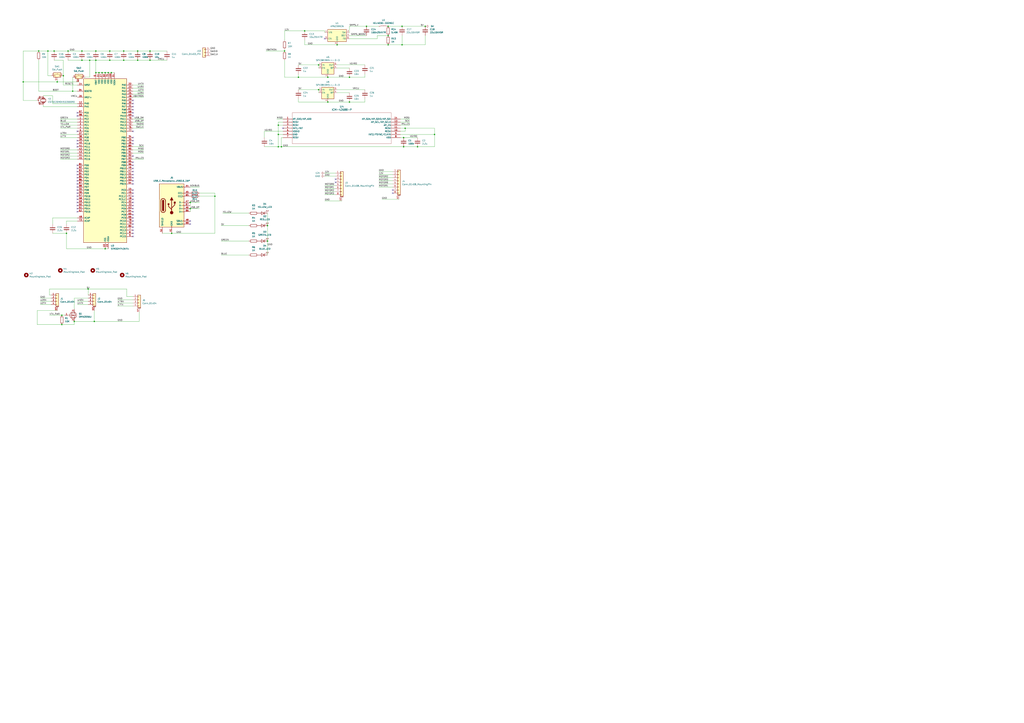
<source format=kicad_sch>
(kicad_sch (version 20250114) (generator "eeschema") (generator_version "9.0")
  (paper "A1")
  (junction (at 228.6 120.65))
  (junction (at 332.74 105.41))
  (junction (at 156.21 171.45))
  (junction (at 349.25 21.59))
  (junction (at 54.61 191.77))
  (junction (at 50.8 266.7))
  (junction (at 276.86 36.83))
  (junction (at 245.11 63.5))
  (junction (at 113.03 49.53))
  (junction (at 176.53 161.29))
  (junction (at 330.2 21.59))
  (junction (at 101.6 41.91))
  (junction (at 67.31 49.53))
  (junction (at 228.6 102.87))
  (junction (at 261.62 73.66))
  (junction (at 77.47 264.16))
  (junction (at 86.36 59.69))
  (junction (at 88.9 59.69))
  (junction (at 39.37 41.91))
  (junction (at 140.97 191.77))
  (junction (at 91.44 59.69))
  (junction (at 287.02 83.82))
  (junction (at 219.71 198.12))
  (junction (at 123.19 49.53))
  (junction (at 55.88 41.91))
  (junction (at 342.9 120.65))
  (junction (at 67.31 41.91))
  (junction (at 83.82 59.69))
  (junction (at 50.8 259.08))
  (junction (at 123.19 41.91))
  (junction (at 356.87 110.49))
  (junction (at 318.77 36.83))
  (junction (at 90.17 41.91))
  (junction (at 300.99 21.59))
  (junction (at 228.6 110.49))
  (junction (at 90.17 49.53))
  (junction (at 31.75 41.91))
  (junction (at 60.96 264.16))
  (junction (at 46.99 67.31))
  (junction (at 72.39 237.49))
  (junction (at 78.74 59.69))
  (junction (at 318.77 29.21))
  (junction (at 269.24 63.5))
  (junction (at 78.74 41.91))
  (junction (at 331.47 113.03))
  (junction (at 231.14 120.65))
  (junction (at 52.07 62.23))
  (junction (at 81.28 59.69))
  (junction (at 287.02 63.5))
  (junction (at 318.77 21.59))
  (junction (at 330.2 36.83))
  (junction (at 233.68 41.91))
  (junction (at 331.47 120.65))
  (junction (at 156.21 166.37))
  (junction (at 78.74 49.53))
  (junction (at 113.03 41.91))
  (junction (at 86.36 204.47))
  (junction (at 73.66 49.53))
  (junction (at 59.69 74.93))
  (junction (at 101.6 49.53))
  (junction (at 261.62 53.34))
  (junction (at 19.05 67.31))
  (junction (at 250.19 25.4))
  (junction (at 219.71 185.42))
  (junction (at 44.45 41.91))
  (junction (at 269.24 83.82))
  (no_connect (at 156.21 184.15))
  (no_connect (at 63.5 153.67))
  (no_connect (at 109.22 168.91))
  (no_connect (at 63.5 151.13))
  (no_connect (at 275.59 147.32))
  (no_connect (at 109.22 158.75))
  (no_connect (at 63.5 118.11))
  (no_connect (at 109.22 173.99))
  (no_connect (at 232.41 105.41))
  (no_connect (at 109.22 115.57))
  (no_connect (at 63.5 107.95))
  (no_connect (at 109.22 161.29))
  (no_connect (at 109.22 179.07))
  (no_connect (at 63.5 115.57))
  (no_connect (at 63.5 171.45))
  (no_connect (at 109.22 128.27))
  (no_connect (at 63.5 146.05))
  (no_connect (at 109.22 171.45))
  (no_connect (at 63.5 158.75))
  (no_connect (at 109.22 189.23))
  (no_connect (at 109.22 146.05))
  (no_connect (at 63.5 120.65))
  (no_connect (at 109.22 140.97))
  (no_connect (at 109.22 163.83))
  (no_connect (at 266.7 31.75))
  (no_connect (at 109.22 176.53))
  (no_connect (at 109.22 135.89))
  (no_connect (at 109.22 113.03))
  (no_connect (at 63.5 92.71))
  (no_connect (at 109.22 85.09))
  (no_connect (at 63.5 156.21))
  (no_connect (at 63.5 163.83))
  (no_connect (at 156.21 181.61))
  (no_connect (at 109.22 181.61))
  (no_connect (at 109.22 186.69))
  (no_connect (at 109.22 194.31))
  (no_connect (at 109.22 107.95))
  (no_connect (at 63.5 148.59))
  (no_connect (at 109.22 95.25))
  (no_connect (at 322.58 156.21))
  (no_connect (at 63.5 135.89))
  (no_connect (at 109.22 143.51))
  (no_connect (at 109.22 148.59))
  (no_connect (at 109.22 191.77))
  (no_connect (at 63.5 173.99))
  (no_connect (at 63.5 168.91))
  (no_connect (at 109.22 138.43))
  (no_connect (at 109.22 166.37))
  (no_connect (at 109.22 82.55))
  (no_connect (at 322.58 158.75))
  (no_connect (at 63.5 138.43))
  (no_connect (at 109.22 90.17))
  (no_connect (at 275.59 149.86))
  (no_connect (at 63.5 140.97))
  (no_connect (at 109.22 133.35))
  (no_connect (at 109.22 87.63))
  (no_connect (at 63.5 143.51))
  (no_connect (at 63.5 166.37))
  (no_connect (at 109.22 151.13))
  (no_connect (at 109.22 156.21))
  (no_connect (at 109.22 184.15))
  (no_connect (at 109.22 118.11))
  (no_connect (at 63.5 95.25))
  (no_connect (at 63.5 161.29))
  (no_connect (at 109.22 92.71))
  (wire (pts (xy 219.71 198.12) (xy 219.71 209.55)))
  (wire (pts (xy 228.6 102.87) (xy 232.41 102.87)))
  (wire (pts (xy 35.56 87.63) (xy 63.5 87.63)))
  (wire (pts (xy 31.75 74.93) (xy 31.75 49.53)))
  (wire (pts (xy 217.17 107.95) (xy 217.17 113.03)))
  (wire (pts (xy 330.2 29.21) (xy 330.2 36.83)))
  (wire (pts (xy 228.6 110.49) (xy 228.6 120.65)))
  (wire (pts (xy 331.47 113.03) (xy 342.9 113.03)))
  (wire (pts (xy 356.87 110.49) (xy 356.87 120.65)))
  (wire (pts (xy 228.6 110.49) (xy 228.6 102.87)))
  (wire (pts (xy 40.64 237.49) (xy 72.39 237.49)))
  (wire (pts (xy 309.88 31.75) (xy 309.88 29.21)))
  (wire (pts (xy 43.18 191.77) (xy 54.61 191.77)))
  (wire (pts (xy 275.59 144.78) (xy 266.7 144.78)))
  (wire (pts (xy 123.19 49.53) (xy 137.16 49.53)))
  (wire (pts (xy 77.47 255.27) (xy 77.47 264.16)))
  (wire (pts (xy 96.52 248.92) (xy 109.22 248.92)))
  (wire (pts (xy 41.91 62.23) (xy 39.37 62.23)))
  (wire (pts (xy 55.88 49.53) (xy 67.31 49.53)))
  (wire (pts (xy 63.5 250.19) (xy 72.39 250.19)))
  (wire (pts (xy 49.53 130.81) (xy 63.5 130.81)))
  (wire (pts (xy 356.87 120.65) (xy 342.9 120.65)))
  (wire (pts (xy 67.31 49.53) (xy 73.66 49.53)))
  (wire (pts (xy 86.36 59.69) (xy 83.82 59.69)))
  (wire (pts (xy 287.02 83.82) (xy 299.72 83.82)))
  (wire (pts (xy 330.2 36.83) (xy 349.25 36.83)))
  (wire (pts (xy 276.86 73.66) (xy 299.72 73.66)))
  (wire (pts (xy 250.19 36.83) (xy 250.19 33.02)))
  (wire (pts (xy 50.8 259.08) (xy 53.34 259.08)))
  (wire (pts (xy 275.59 152.4) (xy 266.7 152.4)))
  (wire (pts (xy 109.22 72.39) (xy 118.11 72.39)))
  (wire (pts (xy 261.62 53.34) (xy 261.62 55.88)))
  (wire (pts (xy 287.02 26.67) (xy 287.02 21.59)))
  (wire (pts (xy 104.14 237.49) (xy 104.14 243.84)))
  (wire (pts (xy 44.45 41.91) (xy 55.88 41.91)))
  (wire (pts (xy 49.53 113.03) (xy 63.5 113.03)))
  (wire (pts (xy 91.44 59.69) (xy 88.9 59.69)))
  (wire (pts (xy 96.52 246.38) (xy 109.22 246.38)))
  (wire (pts (xy 156.21 171.45) (xy 163.83 171.45)))
  (wire (pts (xy 181.61 185.42) (xy 204.47 185.42)))
  (wire (pts (xy 78.74 59.69) (xy 78.74 49.53)))
  (wire (pts (xy 266.7 25.4) (xy 266.7 26.67)))
  (wire (pts (xy 54.61 181.61) (xy 54.61 184.15)))
  (wire (pts (xy 30.48 255.27) (xy 30.48 266.7)))
  (wire (pts (xy 232.41 110.49) (xy 228.6 110.49)))
  (wire (pts (xy 156.21 166.37) (xy 163.83 166.37)))
  (wire (pts (xy 63.5 181.61) (xy 54.61 181.61)))
  (wire (pts (xy 60.96 266.7) (xy 50.8 266.7)))
  (wire (pts (xy 109.22 123.19) (xy 118.11 123.19)))
  (wire (pts (xy 332.74 105.41) (xy 356.87 105.41)))
  (wire (pts (xy 276.86 53.34) (xy 299.72 53.34)))
  (wire (pts (xy 19.05 41.91) (xy 31.75 41.91)))
  (wire (pts (xy 83.82 59.69) (xy 81.28 59.69)))
  (wire (pts (xy 233.68 49.53) (xy 233.68 63.5)))
  (wire (pts (xy 349.25 29.21) (xy 349.25 36.83)))
  (wire (pts (xy 156.21 153.67) (xy 163.83 153.67)))
  (wire (pts (xy 19.05 41.91) (xy 19.05 67.31)))
  (wire (pts (xy 232.41 100.33) (xy 228.6 100.33)))
  (wire (pts (xy 67.31 41.91) (xy 78.74 41.91)))
  (wire (pts (xy 287.02 29.21) (xy 300.99 29.21)))
  (wire (pts (xy 49.53 97.79) (xy 63.5 97.79)))
  (wire (pts (xy 54.61 204.47) (xy 86.36 204.47)))
  (wire (pts (xy 19.05 67.31) (xy 46.99 67.31)))
  (wire (pts (xy 318.77 21.59) (xy 330.2 21.59)))
  (wire (pts (xy 49.53 100.33) (xy 63.5 100.33)))
  (wire (pts (xy 313.69 163.83) (xy 327.66 163.83)))
  (wire (pts (xy 43.18 179.07) (xy 43.18 184.15)))
  (wire (pts (xy 245.11 53.34) (xy 261.62 53.34)))
  (wire (pts (xy 86.36 204.47) (xy 88.9 204.47)))
  (wire (pts (xy 276.86 36.83) (xy 318.77 36.83)))
  (wire (pts (xy 311.15 148.59) (xy 322.58 148.59)))
  (wire (pts (xy 43.18 85.09) (xy 63.5 85.09)))
  (wire (pts (xy 88.9 59.69) (xy 86.36 59.69)))
  (wire (pts (xy 63.5 247.65) (xy 72.39 247.65)))
  (wire (pts (xy 233.68 33.02) (xy 233.68 25.4)))
  (wire (pts (xy 49.53 102.87) (xy 63.5 102.87)))
  (wire (pts (xy 33.02 247.65) (xy 41.91 247.65)))
  (wire (pts (xy 63.5 179.07) (xy 43.18 179.07)))
  (wire (pts (xy 311.15 143.51) (xy 322.58 143.51)))
  (wire (pts (xy 55.88 41.91) (xy 67.31 41.91)))
  (wire (pts (xy 33.02 245.11) (xy 41.91 245.11)))
  (wire (pts (xy 219.71 175.26) (xy 219.71 185.42)))
  (wire (pts (xy 300.99 21.59) (xy 311.15 21.59)))
  (wire (pts (xy 113.03 41.91) (xy 123.19 41.91)))
  (wire (pts (xy 49.53 123.19) (xy 63.5 123.19)))
  (wire (pts (xy 40.64 259.08) (xy 50.8 259.08)))
  (wire (pts (xy 311.15 140.97) (xy 322.58 140.97)))
  (wire (pts (xy 73.66 63.5) (xy 73.66 49.53)))
  (wire (pts (xy 245.11 63.5) (xy 269.24 63.5)))
  (wire (pts (xy 77.47 264.16) (xy 114.3 264.16)))
  (wire (pts (xy 233.68 63.5) (xy 245.11 63.5)))
  (wire (pts (xy 46.99 66.04) (xy 46.99 67.31)))
  (wire (pts (xy 31.75 41.91) (xy 39.37 41.91)))
  (wire (pts (xy 156.21 171.45) (xy 156.21 173.99)))
  (wire (pts (xy 299.72 63.5) (xy 299.72 60.96)))
  (wire (pts (xy 113.03 49.53) (xy 123.19 49.53)))
  (wire (pts (xy 19.05 67.31) (xy 19.05 82.55)))
  (wire (pts (xy 90.17 49.53) (xy 101.6 49.53)))
  (wire (pts (xy 287.02 21.59) (xy 300.99 21.59)))
  (wire (pts (xy 109.22 97.79) (xy 118.11 97.79)))
  (wire (pts (xy 311.15 153.67) (xy 322.58 153.67)))
  (wire (pts (xy 69.85 63.5) (xy 73.66 63.5)))
  (wire (pts (xy 49.53 128.27) (xy 63.5 128.27)))
  (wire (pts (xy 101.6 41.91) (xy 113.03 41.91)))
  (wire (pts (xy 31.75 74.93) (xy 59.69 74.93)))
  (wire (pts (xy 78.74 41.91) (xy 90.17 41.91)))
  (wire (pts (xy 43.18 85.09) (xy 43.18 78.74)))
  (wire (pts (xy 217.17 120.65) (xy 228.6 120.65)))
  (wire (pts (xy 109.22 102.87) (xy 118.11 102.87)))
  (wire (pts (xy 218.44 41.91) (xy 233.68 41.91)))
  (wire (pts (xy 101.6 49.53) (xy 113.03 49.53)))
  (wire (pts (xy 330.2 21.59) (xy 349.25 21.59)))
  (wire (pts (xy 123.19 41.91) (xy 137.16 41.91)))
  (wire (pts (xy 163.83 161.29) (xy 176.53 161.29)))
  (wire (pts (xy 52.07 62.23) (xy 52.07 69.85)))
  (wire (pts (xy 140.97 191.77) (xy 133.35 191.77)))
  (wire (pts (xy 261.62 73.66) (xy 261.62 76.2)))
  (wire (pts (xy 287.02 31.75) (xy 309.88 31.75)))
  (wire (pts (xy 231.14 113.03) (xy 231.14 120.65)))
  (wire (pts (xy 140.97 191.77) (xy 176.53 191.77)))
  (wire (pts (xy 250.19 25.4) (xy 266.7 25.4)))
  (wire (pts (xy 245.11 83.82) (xy 269.24 83.82)))
  (wire (pts (xy 30.48 255.27) (xy 46.99 255.27)))
  (wire (pts (xy 35.56 87.63) (xy 35.56 86.36)))
  (wire (pts (xy 275.59 160.02) (xy 266.7 160.02)))
  (wire (pts (xy 78.74 49.53) (xy 90.17 49.53)))
  (wire (pts (xy 328.93 110.49) (xy 356.87 110.49)))
  (wire (pts (xy 328.93 107.95) (xy 332.74 107.95)))
  (wire (pts (xy 233.68 40.64) (xy 233.68 41.91)))
  (wire (pts (xy 231.14 120.65) (xy 331.47 120.65)))
  (wire (pts (xy 328.93 102.87) (xy 336.55 102.87)))
  (wire (pts (xy 109.22 74.93) (xy 118.11 74.93)))
  (wire (pts (xy 228.6 100.33) (xy 228.6 102.87)))
  (wire (pts (xy 266.7 165.1) (xy 280.67 165.1)))
  (wire (pts (xy 311.15 151.13) (xy 322.58 151.13)))
  (wire (pts (xy 318.77 36.83) (xy 330.2 36.83)))
  (wire (pts (xy 49.53 110.49) (xy 63.5 110.49)))
  (wire (pts (xy 72.39 245.11) (xy 60.96 245.11)))
  (wire (pts (xy 60.96 245.11) (xy 60.96 254)))
  (wire (pts (xy 72.39 237.49) (xy 104.14 237.49)))
  (wire (pts (xy 232.41 107.95) (xy 217.17 107.95)))
  (wire (pts (xy 93.98 59.69) (xy 91.44 59.69)))
  (wire (pts (xy 44.45 49.53) (xy 52.07 49.53)))
  (wire (pts (xy 245.11 73.66) (xy 261.62 73.66)))
  (wire (pts (xy 328.93 100.33) (xy 336.55 100.33)))
  (wire (pts (xy 156.21 166.37) (xy 156.21 168.91)))
  (wire (pts (xy 46.99 67.31) (xy 64.77 67.31)))
  (wire (pts (xy 33.02 250.19) (xy 41.91 250.19)))
  (wire (pts (xy 275.59 154.94) (xy 266.7 154.94)))
  (wire (pts (xy 176.53 161.29) (xy 176.53 191.77)))
  (wire (pts (xy 59.69 63.5) (xy 59.69 74.93)))
  (wire (pts (xy 43.18 78.74) (xy 35.56 78.74)))
  (wire (pts (xy 19.05 82.55) (xy 30.48 82.55)))
  (wire (pts (xy 60.96 264.16) (xy 77.47 264.16)))
  (wire (pts (xy 269.24 83.82) (xy 287.02 83.82)))
  (wire (pts (xy 299.72 83.82) (xy 299.72 81.28)))
  (wire (pts (xy 311.15 146.05) (xy 322.58 146.05)))
  (wire (pts (xy 181.61 198.12) (xy 204.47 198.12)))
  (wire (pts (xy 49.53 125.73) (xy 63.5 125.73)))
  (wire (pts (xy 109.22 77.47) (xy 118.11 77.47)))
  (wire (pts (xy 276.86 55.88) (xy 287.02 55.88)))
  (wire (pts (xy 109.22 69.85) (xy 118.11 69.85)))
  (wire (pts (xy 39.37 41.91) (xy 44.45 41.91)))
  (wire (pts (xy 163.83 158.75) (xy 176.53 158.75)))
  (wire (pts (xy 176.53 158.75) (xy 176.53 161.29)))
  (wire (pts (xy 72.39 237.49) (xy 72.39 242.57)))
  (wire (pts (xy 49.53 105.41) (xy 63.5 105.41)))
  (wire (pts (xy 181.61 209.55) (xy 204.47 209.55)))
  (wire (pts (xy 109.22 100.33) (xy 118.11 100.33)))
  (wire (pts (xy 219.71 185.42) (xy 219.71 198.12)))
  (wire (pts (xy 109.22 120.65) (xy 118.11 120.65)))
  (wire (pts (xy 232.41 113.03) (xy 231.14 113.03)))
  (wire (pts (xy 328.93 97.79) (xy 336.55 97.79)))
  (wire (pts (xy 266.7 142.24) (xy 275.59 142.24)))
  (wire (pts (xy 269.24 63.5) (xy 287.02 63.5)))
  (wire (pts (xy 73.66 49.53) (xy 78.74 49.53)))
  (wire (pts (xy 233.68 25.4) (xy 250.19 25.4)))
  (wire (pts (xy 332.74 107.95) (xy 332.74 105.41)))
  (wire (pts (xy 276.86 76.2) (xy 287.02 76.2)))
  (wire (pts (xy 59.69 74.93) (xy 63.5 74.93)))
  (wire (pts (xy 275.59 157.48) (xy 266.7 157.48)))
  (wire (pts (xy 90.17 41.91) (xy 101.6 41.91)))
  (wire (pts (xy 40.64 242.57) (xy 40.64 237.49)))
  (wire (pts (xy 250.19 36.83) (xy 276.86 36.83)))
  (wire (pts (xy 328.93 105.41) (xy 332.74 105.41)))
  (wire (pts (xy 245.11 60.96) (xy 245.11 63.5)))
  (wire (pts (xy 52.07 49.53) (xy 52.07 62.23)))
  (wire (pts (xy 182.88 175.26) (xy 204.47 175.26)))
  (wire (pts (xy 227.33 97.79) (xy 232.41 97.79)))
  (wire (pts (xy 104.14 243.84) (xy 109.22 243.84)))
  (wire (pts (xy 331.47 120.65) (xy 342.9 120.65)))
  (wire (pts (xy 287.02 63.5) (xy 299.72 63.5)))
  (wire (pts (xy 309.88 29.21) (xy 318.77 29.21)))
  (wire (pts (xy 109.22 105.41) (xy 118.11 105.41)))
  (wire (pts (xy 328.93 113.03) (xy 331.47 113.03)))
  (wire (pts (xy 109.22 80.01) (xy 118.11 80.01)))
  (wire (pts (xy 356.87 105.41) (xy 356.87 110.49)))
  (wire (pts (xy 96.52 251.46) (xy 109.22 251.46)))
  (wire (pts (xy 40.64 242.57) (xy 41.91 242.57)))
  (wire (pts (xy 60.96 264.16) (xy 60.96 266.7)))
  (wire (pts (xy 228.6 120.65) (xy 231.14 120.65)))
  (wire (pts (xy 109.22 130.81) (xy 118.11 130.81)))
  (wire (pts (xy 50.8 266.7) (xy 30.48 266.7)))
  (wire (pts (xy 109.22 125.73) (xy 118.11 125.73)))
  (wire (pts (xy 39.37 62.23) (xy 39.37 41.91)))
  (wire (pts (xy 114.3 264.16) (xy 114.3 256.54)))
  (wire (pts (xy 245.11 81.28) (xy 245.11 83.82)))
  (wire (pts (xy 81.28 59.69) (xy 78.74 59.69)))
  (wire (pts (xy 54.61 191.77) (xy 54.61 204.47)))
  (wire (pts (xy 52.07 69.85) (xy 63.5 69.85)))
  (label "MOTOR1" (at 266.7 154.94 0))
  (label "GND" (at 252.73 36.83 0))
  (label "BLUE" (at 49.53 100.33 0))
  (label "MOTOR0" (at 311.15 151.13 0))
  (label "U2TX" (at 33.02 250.19 0))
  (label "NOVBUS" (at 163.83 153.67 180))
  (label "GND" (at 172.72 40.64 0))
  (label "GND" (at 232.41 120.65 0))
  (label "GREEN" (at 49.53 97.79 0))
  (label "VBATMON" (at 218.44 41.91 0))
  (label "VTX_PWR" (at 40.64 259.08 0))
  (label "5V" (at 245.11 53.34 0))
  (label "BLUE" (at 181.61 209.55 0))
  (label "MOTOR0" (at 266.7 152.4 0))
  (label "GND" (at 311.15 140.97 0))
  (label "VTX_PWR" (at 49.53 105.41 0))
  (label "BOOT" (at 43.18 74.93 0))
  (label "VGYRO" (at 336.55 113.03 0))
  (label "MOTOR3" (at 311.15 148.59 0))
  (label "MOTOR1" (at 311.15 153.67 0))
  (label "5V" (at 345.44 21.59 0))
  (label "VGYRO" (at 217.17 107.95 0))
  (label "USB_DP" (at 118.11 100.33 180))
  (label "GND" (at 278.13 63.5 0))
  (label "VGYRO" (at 287.02 53.34 0))
  (label "GND" (at 96.52 246.38 0))
  (label "VMCU" (at 289.56 73.66 0))
  (label "12V" (at 233.68 25.4 0))
  (label "MOTOR2" (at 311.15 146.05 0))
  (label "U4RX" (at 118.11 72.39 180))
  (label "MOTOR1" (at 49.53 125.73 0))
  (label "RESET1" (at 53.34 69.85 0))
  (label "SWCLK" (at 118.11 105.41 180))
  (label "MISO" (at 118.11 123.19 180))
  (label "IMU_CS" (at 118.11 130.81 180))
  (label "U4TX" (at 63.5 250.19 0))
  (label "GREEN" (at 181.61 198.12 0))
  (label "VMCU" (at 63.5 80.01 180))
  (label "SWDIO" (at 118.11 102.87 180))
  (label "U7RX" (at 96.52 248.92 0))
  (label "MOTOR2" (at 49.53 128.27 0))
  (label "U4RX" (at 63.5 247.65 0))
  (label "U7RX" (at 49.53 110.49 0))
  (label "USB_DM" (at 163.83 166.37 180))
  (label "MOTOR3" (at 266.7 160.02 0))
  (label "GND" (at 313.69 163.83 0))
  (label "GND" (at 33.02 245.11 0))
  (label "MOTOR3" (at 49.53 130.81 0))
  (label "12V" (at 311.15 143.51 0))
  (label "MOSI" (at 118.11 125.73 180))
  (label "YELLOW" (at 182.88 175.26 0))
  (label "SWDIO" (at 172.72 43.18 0))
  (label "GND" (at 96.52 264.16 0))
  (label "U4TX" (at 118.11 69.85 180))
  (label "MOTOR0" (at 49.53 123.19 0))
  (label "SWCLK" (at 172.72 45.72 0))
  (label "MOTOR2" (at 266.7 157.48 0))
  (label "5V" (at 181.61 185.42 0))
  (label "GND" (at 219.71 201.93 0))
  (label "GND" (at 266.7 165.1 0))
  (label "SCK" (at 118.11 120.65 180))
  (label "U2RX" (at 118.11 77.47 180))
  (label "YELLOW" (at 49.53 102.87 0))
  (label "USB_DM" (at 118.11 97.79 180))
  (label "MISO" (at 227.33 97.79 0))
  (label "MOSI" (at 336.55 97.79 180))
  (label "GND" (at 144.78 191.77 0))
  (label "GND" (at 266.7 144.78 0))
  (label "SMPS_BOOST" (at 288.29 29.21 0))
  (label "U2TX" (at 118.11 74.93 180))
  (label "5V" (at 245.11 73.66 0))
  (label "U7TX" (at 96.52 251.46 0))
  (label "SCK" (at 336.55 100.33 180))
  (label "USB_DP" (at 163.83 171.45 180))
  (label "VBATMON" (at 118.11 80.01 180))
  (label "GND" (at 278.13 83.82 0))
  (label "GND" (at 57.15 41.91 0))
  (label "SMPS_V" (at 287.02 21.59 0))
  (label "VMCU" (at 129.54 49.53 0))
  (label "5V" (at 71.12 237.49 0))
  (label "IMU_CS" (at 336.55 102.87 180))
  (label "GND" (at 71.12 204.47 0))
  (label "U7TX" (at 49.53 113.03 0))
  (label "U2RX" (at 33.02 247.65 0))
  (label "12V" (at 266.7 142.24 0))
  (symbol (lib_id "Mechanical:MountingHole") (at 49.53 222.25 0) (unit 1) (exclude_from_sim yes) (in_bom no)
    (property "Reference" "H4" (at 52.07 220.9799 0) (effects (justify left)))
    (property "Value" "MountingHole_Pad" (at 52.07 223.5199 0) (effects (justify left)))
    (property "Footprint" "MountingHole:MountingHole_4.3mm_M4_DIN965" (effects (hide yes)))
    (property "Description" "Mounting Hole without connection" (effects (hide yes)))
  )
  (symbol (lib_name "LED_1") (lib_id "Device:LED") (at 215.9 175.26 180) (unit 1)
    (property "Reference" "D1" (at 217.4875 167.64 0))
    (property "Value" "YELLOW_LED" (at 217.4875 170.18 0))
    (property "Footprint" "LED_SMD:LED_0603_1608Metric" (effects (hide yes)))
    (property "Description" "Light emitting diode" (effects (hide yes)))
    (property "Sim.Pins" "1=K 2=A" (effects (hide yes)))
  )
  (symbol (lib_id "Device:C") (at 331.47 116.84 180) (unit 1)
    (property "Reference" "C1" (at 335.28 115.5699 0) (effects (justify right)))
    (property "Value" "100n" (at 335.28 118.1099 0) (effects (justify right)))
    (property "Footprint" "Capacitor_SMD:C_0201_0603Metric" (effects (hide yes)))
  )
  (symbol (lib_id "Device:C") (at 245.11 57.15 0) (unit 1)
    (property "Reference" "C22" (at 248.92 55.8799 0) (effects (justify left)))
    (property "Value" "1u" (at 248.92 58.4199 0) (effects (justify left)))
    (property "Footprint" "Capacitor_SMD:C_0201_0603Metric" (effects (hide yes)))
  )
  (symbol (lib_id "Device:R") (at 160.02 161.29 90) (unit 1)
    (property "Reference" "R11" (at 160.02 163.576 90))
    (property "Value" "5.1K" (at 160.02 161.29 90))
    (property "Footprint" "Resistor_SMD:R_0201_0603Metric" (effects (hide yes)))
    (property "Description" "Resistor" (effects (hide yes)))
  )
  (symbol (lib_id "Regulator_Linear:SPX3819M5-L-3-3") (at 269.24 76.2 0) (unit 1)
    (property "Reference" "U6" (at 269.24 67.31 0))
    (property "Value" "SPX3819M5-L-3-3" (at 269.24 69.85 0))
    (property "Footprint" "Package_TO_SOT_SMD:SOT-23-5" (effects (hide yes)))
    (property "Datasheet" "https://www.exar.com/content/document.ashx?id=22106&languageid=1033&type=Datasheet&partnumber=SPX3819&filename=SPX3819.pdf&part=SPX3819" (effects (hide yes)))
    (property "Description" "500mA Low drop-out regulator, Fixed Output 3.3V, SOT-23-5" (effects (hide yes)))
  )
  (symbol (lib_id "Connector_Generic_MountingPin:Conn_01x04_MountingPin") (at 77.47 245.11 0) (unit 1)
    (property "Reference" "J2" (at 80.01 245.4655 0) (effects (justify left)))
    (property "Value" "Conn_01x04" (at 80.01 248.0055 0) (effects (justify left)))
    (property "Footprint" "Connector_JST:JST_SH_SM04B-SRSS-TB_1x04-1MP_P1.00mm_Horizontal" (effects (hide yes)))
    (property "Description" "Generic connectable mounting pin connector, single row, 01x04, script generated (kicad-library-utils/schlib/autogen/connector/)" (effects (hide yes)))
  )
  (symbol (lib_id "Device:C") (at 287.02 59.69 180) (unit 1)
    (property "Reference" "C23" (at 290.83 58.4199 0) (effects (justify right)))
    (property "Value" "10n" (at 290.83 60.9599 0) (effects (justify right)))
    (property "Footprint" "Capacitor_SMD:C_0201_0603Metric" (effects (hide yes)))
  )
  (symbol (lib_id "Device:LED") (at 215.9 185.42 180) (unit 1)
    (property "Reference" "D2" (at 217.4875 177.8 0))
    (property "Value" "RED_LED" (at 217.4875 180.34 0))
    (property "Footprint" "LED_SMD:LED_0603_1608Metric" (effects (hide yes)))
    (property "Description" "Light emitting diode" (effects (hide yes)))
    (property "Sim.Pins" "1=K 2=A" (effects (hide yes)))
  )
  (symbol (lib_id "Device:C") (at 67.31 45.72 180) (unit 1)
    (property "Reference" "C5" (at 71.12 44.4499 0) (effects (justify right)))
    (property "Value" "100n" (at 71.12 46.9899 0) (effects (justify right)))
    (property "Footprint" "Capacitor_SMD:C_0201_0603Metric" (effects (hide yes)))
  )
  (symbol (lib_id "Switch:SW_Push_Shielded") (at 64.77 63.5 0) (unit 1)
    (property "Reference" "SW2" (at 64.77 55.88 0))
    (property "Value" "SW_Push" (at 64.77 58.42 0))
    (property "Footprint" "Button_Switch_SMD:SW_Push_1P1T-SH_NO_CK_KMR2xxG" (effects (hide yes)))
    (property "Description" "Generic push-button switch, two contact pins and shield pin(s)" (effects (hide yes)))
  )
  (symbol (lib_id "Device:R") (at 208.28 175.26 90) (unit 1)
    (property "Reference" "R3" (at 208.28 168.91 90))
    (property "Value" "1K" (at 208.28 171.45 90))
    (property "Footprint" "Resistor_SMD:R_0402_1005Metric" (effects (hide yes)))
  )
  (symbol (lib_id "Connector_Generic_MountingPin:Conn_01x08_MountingPin") (at 280.67 149.86 0) (unit 1)
    (property "Reference" "J3" (at 283.21 150.2155 0) (effects (justify left)))
    (property "Value" "Conn_01x08_MountingPin" (at 283.21 152.7555 0) (effects (justify left)))
    (property "Footprint" "Connector_JST:JST_SH_SM08B-SRSS-TB_1x08-1MP_P1.00mm_Horizontal" (effects (hide yes)))
    (property "Description" "Generic connectable mounting pin connector, single row, 01x08, script generated (kicad-library-utils/schlib/autogen/connector/)" (effects (hide yes)))
  )
  (symbol (lib_id "Device:R") (at 233.68 45.72 180) (unit 1)
    (property "Reference" "R8" (at 236.22 44.4499 0) (effects (justify right)))
    (property "Value" "1K" (at 236.22 46.9899 0) (effects (justify right)))
    (property "Footprint" "Resistor_SMD:R_0603_1608Metric" (effects (hide yes)))
  )
  (symbol (lib_id "Device:C") (at 123.19 45.72 0) (unit 1)
    (property "Reference" "C10" (at 127 44.4499 0) (effects (justify left)))
    (property "Value" "10u" (at 127 46.9899 0) (effects (justify left)))
    (property "Footprint" "Capacitor_SMD:C_0402_1005Metric" (effects (hide yes)))
  )
  (symbol (lib_id "Device:C") (at 300.99 25.4 180) (unit 1)
    (property "Reference" "C14" (at 304.8 24.1299 0) (effects (justify right)))
    (property "Value" "100n25VX7R" (at 304.8 26.6699 0) (effects (justify right)))
    (property "Footprint" "Capacitor_SMD:C_0603_1608Metric" (effects (hide yes)))
  )
  (symbol (lib_id "Device:C") (at 137.16 45.72 0) (unit 1)
    (property "Reference" "C11" (at 140.97 44.4499 0) (effects (justify left)))
    (property "Value" "1u" (at 140.97 46.9899 0) (effects (justify left)))
    (property "Footprint" "Capacitor_SMD:C_0201_0603Metric" (effects (hide yes)))
  )
  (symbol (lib_id "Device:C") (at 101.6 45.72 180) (unit 1)
    (property "Reference" "C9" (at 105.41 44.4499 0) (effects (justify right)))
    (property "Value" "100n" (at 105.41 46.9899 0) (effects (justify right)))
    (property "Footprint" "Capacitor_SMD:C_0201_0603Metric" (effects (hide yes)))
  )
  (symbol (lib_id "Device:C") (at 299.72 77.47 0) (unit 1)
    (property "Reference" "C26" (at 303.53 76.1999 0) (effects (justify left)))
    (property "Value" "1u" (at 303.53 78.7399 0) (effects (justify left)))
    (property "Footprint" "Capacitor_SMD:C_0201_0603Metric" (effects (hide yes)))
  )
  (symbol (lib_id "Device:R") (at 50.8 262.89 0) (unit 1)
    (property "Reference" "R1" (at 53.34 261.62 0) (effects (justify left)))
    (property "Value" "10K" (at 53.34 264.16 0) (effects (justify left)))
    (property "Footprint" "Resistor_SMD:R_0201_0603Metric" (effects (hide yes)))
  )
  (symbol (lib_id "Device:R") (at 318.77 25.4 180) (unit 1)
    (property "Reference" "R14" (at 321.31 24.1299 0) (effects (justify right)))
    (property "Value" "5.49K" (at 321.31 26.6699 0) (effects (justify right)))
    (property "Footprint" "Resistor_SMD:R_0402_1005Metric" (effects (hide yes)))
  )
  (symbol (lib_id "Device:C") (at 78.74 45.72 180) (unit 1)
    (property "Reference" "C6" (at 82.55 44.4499 0) (effects (justify right)))
    (property "Value" "100n" (at 82.55 46.9899 0) (effects (justify right)))
    (property "Footprint" "Capacitor_SMD:C_0201_0603Metric" (effects (hide yes)))
  )
  (symbol (lib_id "Device:Resonator") (at 35.56 82.55 270) (unit 1)
    (property "Reference" "Y2" (at 39.37 81.2799 90) (effects (justify left)))
    (property "Value" "CSTNE20M0V53Z000R0" (at 39.37 83.8199 90) (effects (justify left)))
    (property "Footprint" "Crystal:Resonator_SMD_Murata_CSTxExxV-3Pin_3.0x1.1mm" (effects (hide yes)))
    (property "Description" "Three pin ceramic resonator" (effects (hide yes)))
  )
  (symbol (lib_id "Device:R") (at 233.68 36.83 0) (unit 1)
    (property "Reference" "R7" (at 236.22 35.56 0) (effects (justify left)))
    (property "Value" "10K" (at 236.22 38.1 0) (effects (justify left)))
    (property "Footprint" "Resistor_SMD:R_0603_1608Metric" (effects (hide yes)))
  )
  (symbol (lib_id "Device:LED") (at 215.9 198.12 180) (unit 1)
    (property "Reference" "D3" (at 217.4875 190.5 0))
    (property "Value" "GREEN_LED" (at 217.4875 193.04 0))
    (property "Footprint" "LED_SMD:LED_0603_1608Metric" (effects (hide yes)))
    (property "Description" "Light emitting diode" (effects (hide yes)))
    (property "Sim.Pins" "1=K 2=A" (effects (hide yes)))
  )
  (symbol (lib_id "Connector_Generic_MountingPin:Conn_01x08_MountingPin") (at 327.66 148.59 0) (unit 1)
    (property "Reference" "J4" (at 330.2 148.9455 0) (effects (justify left)))
    (property "Value" "Conn_01x08_MountingPin" (at 330.2 151.4855 0) (effects (justify left)))
    (property "Footprint" "Connector_JST:JST_SH_SM08B-SRSS-TB_1x08-1MP_P1.00mm_Horizontal" (effects (hide yes)))
    (property "Description" "Generic connectable mounting pin connector, single row, 01x08, script generated (kicad-library-utils/schlib/autogen/connector/)" (effects (hide yes)))
  )
  (symbol (lib_id "Device:C") (at 54.61 187.96 0) (unit 1)
    (property "Reference" "C12" (at 58.42 186.6899 0) (effects (justify left)))
    (property "Value" "2.2u" (at 58.42 189.2299 0) (effects (justify left)))
    (property "Footprint" "Capacitor_SMD:C_0201_0603Metric" (effects (hide yes)))
  )
  (symbol (lib_id "Connector_Generic:Conn_01x03") (at 167.64 43.18 0) (mirror y) (unit 1)
    (property "Reference" "J10" (at 165.1 41.9099 0) (effects (justify left)))
    (property "Value" "Conn_01x03_Pin" (at 165.1 44.4499 0) (effects (justify left)))
    (property "Footprint" "Connector_PinHeader_2.54mm:PinHeader_1x03_P2.54mm_Vertical" (effects (hide yes)))
    (property "Description" "Generic connector, single row, 01x03, script generated (kicad-library-utils/schlib/autogen/connector/)" (effects (hide yes)))
  )
  (symbol (lib_id "Connector_Generic_MountingPin:Conn_01x04_MountingPin") (at 114.3 246.38 0) (unit 1)
    (property "Reference" "J6" (at 116.84 246.7355 0) (effects (justify left)))
    (property "Value" "Conn_01x04" (at 116.84 249.2755 0) (effects (justify left)))
    (property "Footprint" "Connector_JST:JST_SH_SM04B-SRSS-TB_1x04-1MP_P1.00mm_Horizontal" (effects (hide yes)))
    (property "Description" "Generic connectable mounting pin connector, single row, 01x04, script generated (kicad-library-utils/schlib/autogen/connector/)" (effects (hide yes)))
  )
  (symbol (lib_id "Device:C") (at 43.18 187.96 0) (unit 1)
    (property "Reference" "C15" (at 46.99 186.6899 0) (effects (justify left)))
    (property "Value" "2.2u" (at 46.99 189.2299 0) (effects (justify left)))
    (property "Footprint" "Capacitor_SMD:C_0201_0603Metric" (effects (hide yes)))
  )
  (symbol (lib_id "Mechanical:MountingHole") (at 76.2 222.25 0) (unit 1) (exclude_from_sim yes) (in_bom no)
    (property "Reference" "H5" (at 78.74 220.9799 0) (effects (justify left)))
    (property "Value" "MountingHole_Pad" (at 78.74 223.5199 0) (effects (justify left)))
    (property "Footprint" "MountingHole:MountingHole_4.3mm_M4_DIN965" (effects (hide yes)))
    (property "Description" "Mounting Hole without connection" (effects (hide yes)))
  )
  (symbol (lib_id "Device:R") (at 31.75 45.72 0) (unit 1)
    (property "Reference" "R9" (at 34.29 44.45 0) (effects (justify left)))
    (property "Value" "10K" (at 34.29 46.99 0) (effects (justify left)))
    (property "Footprint" "Resistor_SMD:R_0201_0603Metric" (effects (hide yes)))
  )
  (symbol (lib_id "MCU_ST_STM32H7:STM32H743VITx") (at 86.36 133.35 0) (unit 1)
    (property "Reference" "U3" (at 91.0433 201.93 0) (effects (justify left)))
    (property "Value" "STM32H743VITx" (at 91.0433 204.47 0) (effects (justify left)))
    (property "Footprint" "Package_QFP:LQFP-100_14x14mm_P0.5mm" (effects (hide yes)))
    (property "Datasheet" "https://www.st.com/resource/en/datasheet/stm32h743vi.pdf" (effects (hide yes)))
    (property "Description" "STMicroelectronics Arm Cortex-M7 MCU, 2048KB flash, 1024KB RAM, 480 MHz, 1.71-3.6V, 82 GPIO, LQFP100" (effects (hide yes)))
  )
  (symbol (lib_id "Transistor_FET:DMN2056U") (at 58.42 259.08 0) (unit 1)
    (property "Reference" "Q1" (at 64.77 257.8099 0) (effects (justify left)))
    (property "Value" "DMN2056U" (at 64.77 260.3499 0) (effects (justify left)))
    (property "Footprint" "Package_TO_SOT_SMD:SOT-23" (effects (hide yes)))
    (property "Datasheet" "http://www.diodes.com/assets/Datasheets/DMN2056U.pdf" (effects (hide yes)))
    (property "Description" "4A Id, 20V Vds, N-Channel MOSFET, SOT-23" (effects (hide yes)))
  )
  (symbol (lib_id "Device:R") (at 208.28 209.55 90) (unit 1)
    (property "Reference" "R6" (at 208.28 203.2 90))
    (property "Value" "1K" (at 208.28 205.74 90))
    (property "Footprint" "Resistor_SMD:R_0402_1005Metric" (effects (hide yes)))
  )
  (symbol (lib_id "power:PWR_FLAG") (at 266.7 144.78 90) (unit 1)
    (property "Reference" "#FLG02" (effects (hide yes)))
    (property "Value" "GND" (at 262.89 144.7799 90) (effects (justify left)))
    (property "Description" "Special symbol for telling ERC where power comes from" (effects (hide yes)))
  )
  (symbol (lib_id "Device:R") (at 160.02 158.75 90) (unit 1)
    (property "Reference" "R10" (at 160.02 156.464 90))
    (property "Value" "5.1K" (at 160.02 158.75 90))
    (property "Footprint" "Resistor_SMD:R_0201_0603Metric" (effects (hide yes)))
    (property "Description" "Resistor" (effects (hide yes)))
  )
  (symbol (lib_id "Connector:USB_C_Receptacle_USB2.0_16P") (at 140.97 168.91 0) (unit 1)
    (property "Reference" "J5" (at 140.97 146.05 0))
    (property "Value" "USB_C_Receptacle_USB2.0_16P" (at 140.97 148.59 0))
    (property "Footprint" "Connector_USB:USB_C_Receptacle_GCT_USB4110" (effects (hide yes)))
    (property "Datasheet" "https://www.usb.org/sites/default/files/documents/usb_type-c.zip" (effects (hide yes)))
    (property "Description" "USB 2.0-only 16P Type-C Receptacle connector" (effects (hide yes)))
  )
  (symbol (lib_id "Device:C") (at 342.9 116.84 0) (unit 1)
    (property "Reference" "C2" (at 346.71 115.5699 0) (effects (justify left)))
    (property "Value" "2.2u" (at 346.71 118.1099 0) (effects (justify left)))
    (property "Footprint" "Capacitor_SMD:C_0201_0603Metric" (effects (hide yes)))
  )
  (symbol (lib_id "Regulator_Linear:SPX3819M5-L-3-3") (at 269.24 55.88 0) (unit 1)
    (property "Reference" "U5" (at 269.24 46.99 0))
    (property "Value" "SPX3819M5-L-3-3" (at 269.24 49.53 0))
    (property "Footprint" "Package_TO_SOT_SMD:SOT-23-5" (effects (hide yes)))
    (property "Datasheet" "https://www.exar.com/content/document.ashx?id=22106&languageid=1033&type=Datasheet&partnumber=SPX3819&filename=SPX3819.pdf&part=SPX3819" (effects (hide yes)))
    (property "Description" "500mA Low drop-out regulator, Fixed Output 3.3V, SOT-23-5" (effects (hide yes)))
  )
  (symbol (lib_id "Device:L") (at 314.96 21.59 90) (unit 1)
    (property "Reference" "L1" (at 314.96 16.51 90))
    (property "Value" "XEL4030-332MEC" (at 314.96 19.05 90))
    (property "Footprint" "Inductor_SMD:L_Coilcraft_XxL4030" (effects (hide yes)))
    (property "Description" "Inductor" (effects (hide yes)))
  )
  (symbol (lib_id "Connector_Generic_MountingPin:Conn_01x04_MountingPin") (at 46.99 245.11 0) (unit 1)
    (property "Reference" "J1" (at 49.53 245.4655 0) (effects (justify left)))
    (property "Value" "Conn_01x04" (at 49.53 248.0055 0) (effects (justify left)))
    (property "Footprint" "Connector_JST:JST_SH_SM04B-SRSS-TB_1x04-1MP_P1.00mm_Horizontal" (effects (hide yes)))
    (property "Description" "Generic connectable mounting pin connector, single row, 01x04, script generated (kicad-library-utils/schlib/autogen/connector/)" (effects (hide yes)))
  )
  (symbol (lib_id "Device:R") (at 318.77 33.02 180) (unit 1)
    (property "Reference" "R13" (at 321.31 31.7499 0) (effects (justify right)))
    (property "Value" "1K" (at 321.31 34.2899 0) (effects (justify right)))
    (property "Footprint" "Resistor_SMD:R_0402_1005Metric" (effects (hide yes)))
  )
  (symbol (lib_id "Mechanical:MountingHole") (at 100.33 226.06 0) (unit 1) (exclude_from_sim yes) (in_bom no)
    (property "Reference" "H6" (at 102.87 224.7899 0) (effects (justify left)))
    (property "Value" "MountingHole_Pad" (at 102.87 227.3299 0) (effects (justify left)))
    (property "Footprint" "MountingHole:MountingHole_4.3mm_M4_DIN965" (effects (hide yes)))
    (property "Description" "Mounting Hole without connection" (effects (hide yes)))
  )
  (symbol (lib_id "Device:C") (at 44.45 45.72 180) (unit 1)
    (property "Reference" "C16" (at 48.26 44.4499 0) (effects (justify right)))
    (property "Value" "100n" (at 48.26 46.9899 0) (effects (justify right)))
    (property "Footprint" "Capacitor_SMD:C_0201_0603Metric" (effects (hide yes)))
  )
  (symbol (lib_id "Device:C") (at 245.11 77.47 0) (unit 1)
    (property "Reference" "C24" (at 248.92 76.1999 0) (effects (justify left)))
    (property "Value" "1u" (at 248.92 78.7399 0) (effects (justify left)))
    (property "Footprint" "Capacitor_SMD:C_0201_0603Metric" (effects (hide yes)))
  )
  (symbol (lib_id "Switch:SW_Push_Shielded") (at 46.99 62.23 0) (mirror y) (unit 1)
    (property "Reference" "SW1" (at 46.99 54.61 0))
    (property "Value" "SW_Push" (at 46.99 57.15 0))
    (property "Footprint" "Button_Switch_SMD:SW_Push_1P1T-SH_NO_CK_KMR2xxG" (effects (hide yes)))
    (property "Description" "Generic push-button switch, two contact pins and shield pin(s)" (effects (hide yes)))
  )
  (symbol (lib_id "Device:C") (at 55.88 45.72 180) (unit 1)
    (property "Reference" "C3" (at 59.69 44.4499 0) (effects (justify right)))
    (property "Value" "100n" (at 59.69 46.9899 0) (effects (justify right)))
    (property "Footprint" "Capacitor_SMD:C_0201_0603Metric" (effects (hide yes)))
  )
  (symbol (lib_id "power:PWR_FLAG") (at 266.7 142.24 90) (unit 1)
    (property "Reference" "#FLG01" (effects (hide yes)))
    (property "Value" "12V" (at 260.858 142.24 90))
    (property "Description" "Special symbol for telling ERC where power comes from" (effects (hide yes)))
  )
  (symbol (lib_id "Device:C") (at 287.02 80.01 180) (unit 1)
    (property "Reference" "C25" (at 290.83 78.7399 0) (effects (justify right)))
    (property "Value" "10n" (at 290.83 81.2799 0) (effects (justify right)))
    (property "Footprint" "Capacitor_SMD:C_0201_0603Metric" (effects (hide yes)))
  )
  (symbol (lib_id "Device:R") (at 208.28 185.42 90) (unit 1)
    (property "Reference" "R4" (at 208.28 179.07 90))
    (property "Value" "1K" (at 208.28 181.61 90))
    (property "Footprint" "Resistor_SMD:R_0402_1005Metric" (effects (hide yes)))
  )
  (symbol (lib_id "Mechanical:MountingHole") (at 21.59 226.06 0) (unit 1) (exclude_from_sim yes) (in_bom no)
    (property "Reference" "H2" (at 24.13 224.7899 0) (effects (justify left)))
    (property "Value" "MountingHole_Pad" (at 24.13 227.3299 0) (effects (justify left)))
    (property "Footprint" "MountingHole:MountingHole_4.3mm_M4_DIN965" (effects (hide yes)))
    (property "Description" "Mounting Hole without connection" (effects (hide yes)))
  )
  (symbol (lib_id "Regulator_Switching:AP62300Z6") (at 276.86 29.21 0) (unit 1)
    (property "Reference" "U1" (at 276.86 19.05 0))
    (property "Value" "AP62300Z6" (at 276.86 21.59 0))
    (property "Footprint" "Package_TO_SOT_SMD:SOT-563" (effects (hide yes)))
    (property "Datasheet" "https://www.diodes.com/assets/Datasheets/AP62300_AP62301_AP62300T.pdf" (effects (hide yes)))
    (property "Description" "3A, 1.3MHz Buck DC/DC Converter, adjustable output voltage, SOT-563" (effects (hide yes)))
  )
  (symbol (lib_id "Device:C") (at 113.03 45.72 180) (unit 1)
    (property "Reference" "C8" (at 116.84 44.4499 0) (effects (justify right)))
    (property "Value" "100n" (at 116.84 46.9899 0) (effects (justify right)))
    (property "Footprint" "Capacitor_SMD:C_0201_0603Metric" (effects (hide yes)))
  )
  (symbol (lib_id "Device:C") (at 90.17 45.72 180) (unit 1)
    (property "Reference" "C7" (at 93.98 44.4499 0) (effects (justify right)))
    (property "Value" "100n" (at 93.98 46.9899 0) (effects (justify right)))
    (property "Footprint" "Capacitor_SMD:C_0201_0603Metric" (effects (hide yes)))
  )
  (symbol (lib_id "ICM42688P:ICM-42688-P") (at 232.41 97.79 0) (unit 1)
    (property "Reference" "U4" (at 280.67 87.63 0) (effects (font (size 1.524 1.524))))
    (property "Value" "ICM-42688-P" (at 280.67 90.17 0) (effects (font (size 1.524 1.524))))
    (property "Footprint" "footprints:LGA14_2P5X3X0P91_IVS-L" (effects (hide yes)))
    (property "Datasheet" "ICM-42688-P" (effects (hide yes)))
  )
  (symbol (lib_id "Device:C") (at 299.72 57.15 0) (unit 1)
    (property "Reference" "C21" (at 303.53 55.8799 0) (effects (justify left)))
    (property "Value" "1u" (at 303.53 58.4199 0) (effects (justify left)))
    (property "Footprint" "Capacitor_SMD:C_0201_0603Metric" (effects (hide yes)))
  )
  (symbol (lib_id "Device:R") (at 208.28 198.12 90) (unit 1)
    (property "Reference" "R5" (at 208.28 191.77 90))
    (property "Value" "1K" (at 208.28 194.31 90))
    (property "Footprint" "Resistor_SMD:R_0402_1005Metric" (effects (hide yes)))
  )
  (symbol (lib_id "Device:C") (at 217.17 116.84 180) (unit 1)
    (property "Reference" "C4" (at 220.98 115.5699 0) (effects (justify right)))
    (property "Value" "10n" (at 220.98 118.1099 0) (effects (justify right)))
    (property "Footprint" "Capacitor_SMD:C_0201_0603Metric" (effects (hide yes)))
  )
  (symbol (lib_id "Device:LED") (at 215.9 209.55 180) (unit 1)
    (property "Reference" "D4" (at 217.4875 201.93 0))
    (property "Value" "BLUE_LED" (at 217.4875 204.47 0))
    (property "Footprint" "LED_SMD:LED_0603_1608Metric" (effects (hide yes)))
    (property "Description" "Light emitting diode" (effects (hide yes)))
    (property "Sim.Pins" "1=K 2=A" (effects (hide yes)))
  )
  (symbol (lib_id "power:PWR_FLAG") (at 349.25 21.59 270) (unit 1)
    (property "Reference" "#FLG03" (effects (hide yes)))
    (property "Value" "5V" (at 355.092 21.59 90))
    (property "Description" "Special symbol for telling ERC where power comes from" (effects (hide yes)))
  )
  (symbol (lib_id "Device:C") (at 349.25 25.4 0) (unit 1)
    (property "Reference" "C18" (at 353.06 24.1299 0) (effects (justify left)))
    (property "Value" "22u10VX5R" (at 353.06 26.6699 0) (effects (justify left)))
    (property "Footprint" "Capacitor_SMD:C_0805_2012Metric" (effects (hide yes)))
  )
  (symbol (lib_id "Device:C") (at 330.2 25.4 0) (unit 1)
    (property "Reference" "C17" (at 334.01 24.1299 0) (effects (justify left)))
    (property "Value" "22u10VX5R" (at 333.756 26.67 0) (effects (justify left)))
    (property "Footprint" "Capacitor_SMD:C_0805_2012Metric" (effects (hide yes)))
  )
  (symbol (lib_id "Device:C") (at 250.19 29.21 0) (unit 1)
    (property "Reference" "C13" (at 254 27.9399 0) (effects (justify left)))
    (property "Value" "10u25VX7R" (at 254 30.4799 0) (effects (justify left)))
    (property "Footprint" "Capacitor_SMD:C_1210_3225Metric" (effects (hide yes)))
  )
)
</source>
